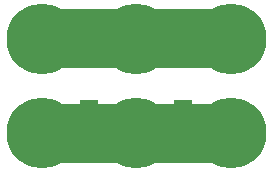
<source format=gtl>
%TF.GenerationSoftware,KiCad,Pcbnew,4.0.5-e0-6337~49~ubuntu16.04.1*%
%TF.CreationDate,2017-05-27T06:59:20-07:00*%
%TF.ProjectId,2x3-6mm-Square-SMT-Pushbutton,3278332D366D6D2D5371756172652D53,v1.1*%
%TF.FileFunction,Copper,L1,Top,Signal*%
%FSLAX46Y46*%
G04 Gerber Fmt 4.6, Leading zero omitted, Abs format (unit mm)*
G04 Created by KiCad (PCBNEW 4.0.5-e0-6337~49~ubuntu16.04.1) date Sat May 27 06:59:20 2017*
%MOMM*%
%LPD*%
G01*
G04 APERTURE LIST*
%ADD10C,0.350000*%
%ADD11C,5.000000*%
%ADD12C,6.000000*%
%ADD13R,1.550000X1.300000*%
%ADD14C,0.350000*%
G04 APERTURE END LIST*
D10*
D11*
X39393800Y-56667400D02*
X23293800Y-56667400D01*
X39293800Y-48567400D02*
X22993800Y-48567400D01*
D12*
X23293800Y-48667400D03*
X31293800Y-48667400D03*
X31293800Y-56667400D03*
X23293800Y-56667400D03*
D13*
X27293800Y-54467400D03*
X27293800Y-49967400D03*
X35243800Y-54467400D03*
X35243800Y-49967400D03*
D12*
X39293800Y-48667400D03*
X39293800Y-56667400D03*
D14*
X23293800Y-48667400D03*
X31293800Y-48667400D03*
X31293800Y-56667400D03*
X23293800Y-56667400D03*
X39293800Y-48667400D03*
X39293800Y-56667400D03*
M02*

</source>
